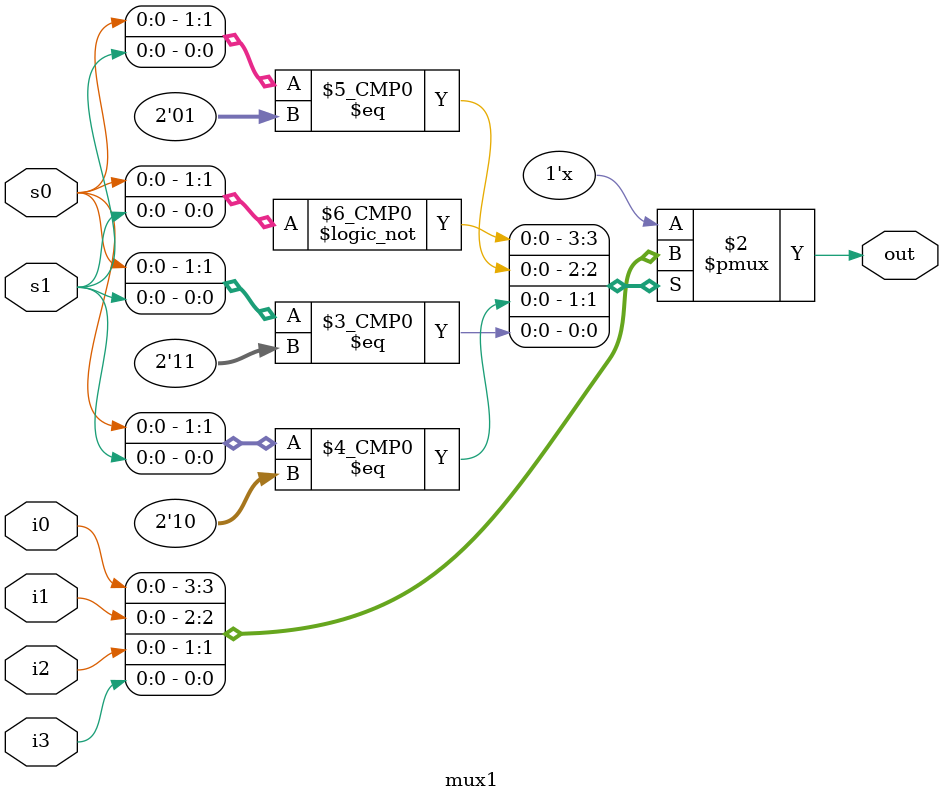
<source format=v>
/*module mux(a,b,c,d,e,f,y);
input a,b,c,d,e,f;
output y;
//wand y;
wor y;
assign y = a||b;
assign y = c||d;
assign y = e||f;

endmodule

*/
/*
module mux(y,a,b,c,d);
input a,b,c,d;
output y;

supply1 vdd ;
supply0 gnd;

or(x1,a,gnd);
and(x2,b,vdd);
xor(y,x1,x2);

endmodule

module name(d,f);
input d;
output f;
endmodule

*/

//4x1 MUX
module mux1(i0,i1,i2,i3,s0,s1,out);
input i0 ,i1,i2,i3 ,s0,s1;
output out;

reg out;

always @(i0 or i1 or i2 or i3 or s0 or s1)

begin

case ({s0 , s1})

	2'b00 :	out = i0;
	2'b01	:	out = i1;
	2'b10	:	out = i2;
	2'b11	:	out = i3;
	default : out = 0;
	
	endcase
	
end

endmodule

</source>
